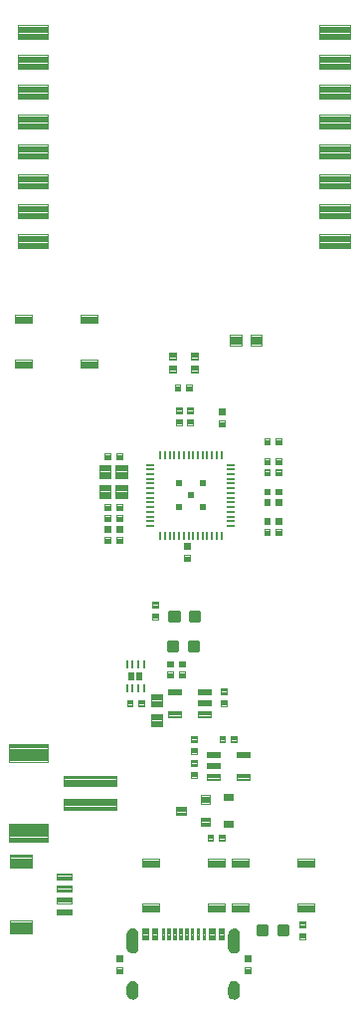
<source format=gtp>
G04 EAGLE Gerber RS-274X export*
G75*
%MOMM*%
%FSLAX34Y34*%
%LPD*%
%INSolderpaste Top*%
%IPPOS*%
%AMOC8*
5,1,8,0,0,1.08239X$1,22.5*%
G01*
%ADD10C,0.100800*%
%ADD11C,0.300000*%
%ADD12C,0.104000*%
%ADD13C,0.096000*%
%ADD14C,0.102000*%
%ADD15C,0.100000*%
%ADD16R,0.200000X0.650000*%
%ADD17R,0.600000X0.600000*%
%ADD18R,0.650000X0.200000*%
%ADD19C,0.099000*%
%ADD20C,0.099059*%
%ADD21R,0.250000X0.637500*%
%ADD22R,0.500000X0.640000*%
%ADD23C,0.105000*%

G36*
X195400Y43951D02*
X195400Y43951D01*
X195401Y43951D01*
X196469Y43970D01*
X196476Y43975D01*
X196480Y43971D01*
X197517Y44227D01*
X197522Y44234D01*
X197528Y44231D01*
X198482Y44712D01*
X198486Y44719D01*
X198491Y44718D01*
X199315Y45399D01*
X199316Y45407D01*
X199322Y45407D01*
X199973Y46254D01*
X199973Y46262D01*
X199979Y46263D01*
X200426Y47234D01*
X200424Y47242D01*
X200429Y47244D01*
X200648Y48290D01*
X200645Y48297D01*
X200649Y48300D01*
X200649Y60300D01*
X200646Y60305D01*
X200649Y60308D01*
X200469Y61403D01*
X200463Y61409D01*
X200466Y61414D01*
X200047Y62442D01*
X200040Y62446D01*
X200042Y62451D01*
X199405Y63360D01*
X199397Y63363D01*
X199397Y63368D01*
X198574Y64112D01*
X198566Y64113D01*
X198565Y64119D01*
X197597Y64661D01*
X197588Y64660D01*
X197586Y64666D01*
X196522Y64979D01*
X196517Y64977D01*
X196513Y64977D01*
X196511Y64981D01*
X195403Y65049D01*
X195397Y65045D01*
X195393Y65049D01*
X194285Y64879D01*
X194279Y64873D01*
X194274Y64876D01*
X193232Y64464D01*
X193228Y64457D01*
X193223Y64459D01*
X192298Y63825D01*
X192296Y63817D01*
X192290Y63818D01*
X191530Y62995D01*
X191529Y62986D01*
X191523Y62986D01*
X190966Y62014D01*
X190967Y62006D01*
X190961Y62004D01*
X190634Y60932D01*
X190637Y60924D01*
X190632Y60921D01*
X190551Y59804D01*
X190552Y59801D01*
X190551Y59800D01*
X190551Y47800D01*
X190556Y47793D01*
X190552Y47789D01*
X190771Y46845D01*
X190777Y46839D01*
X190775Y46834D01*
X191199Y45962D01*
X191206Y45959D01*
X191204Y45953D01*
X191811Y45197D01*
X191819Y45195D01*
X191819Y45189D01*
X192579Y44588D01*
X192588Y44588D01*
X192589Y44582D01*
X193464Y44164D01*
X193472Y44166D01*
X193474Y44161D01*
X194420Y43949D01*
X194427Y43952D01*
X194431Y43947D01*
X195400Y43951D01*
G37*
G36*
X109981Y43960D02*
X109981Y43960D01*
X109988Y43965D01*
X109992Y43961D01*
X111044Y44211D01*
X111049Y44217D01*
X111054Y44214D01*
X112024Y44691D01*
X112027Y44699D01*
X112033Y44697D01*
X112872Y45378D01*
X112874Y45386D01*
X112880Y45386D01*
X113546Y46237D01*
X113547Y46245D01*
X113552Y46246D01*
X114013Y47223D01*
X114011Y47231D01*
X114017Y47234D01*
X114248Y48289D01*
X114245Y48297D01*
X114249Y48300D01*
X114249Y60300D01*
X114245Y60305D01*
X114249Y60308D01*
X114056Y61414D01*
X114050Y61419D01*
X114053Y61424D01*
X113620Y62459D01*
X113613Y62463D01*
X113615Y62468D01*
X112962Y63381D01*
X112954Y63383D01*
X112955Y63389D01*
X112116Y64133D01*
X112107Y64134D01*
X112107Y64139D01*
X111123Y64678D01*
X111115Y64677D01*
X111113Y64682D01*
X110034Y64989D01*
X110026Y64986D01*
X110023Y64991D01*
X108903Y65049D01*
X108898Y65046D01*
X108895Y65049D01*
X107849Y64931D01*
X107843Y64925D01*
X107838Y64929D01*
X106844Y64581D01*
X106840Y64574D01*
X106835Y64576D01*
X105943Y64016D01*
X105941Y64009D01*
X105935Y64009D01*
X105191Y63265D01*
X105189Y63257D01*
X105184Y63257D01*
X104624Y62365D01*
X104624Y62357D01*
X104619Y62356D01*
X104271Y61362D01*
X104274Y61354D01*
X104269Y61351D01*
X104151Y60306D01*
X104153Y60302D01*
X104151Y60300D01*
X104151Y48300D01*
X104154Y48295D01*
X104151Y48292D01*
X104309Y47296D01*
X104315Y47290D01*
X104312Y47285D01*
X104687Y46349D01*
X104694Y46345D01*
X104692Y46339D01*
X105266Y45510D01*
X105274Y45507D01*
X105273Y45502D01*
X106017Y44821D01*
X106026Y44820D01*
X106026Y44814D01*
X106903Y44316D01*
X106912Y44317D01*
X106914Y44312D01*
X107879Y44021D01*
X107887Y44024D01*
X107890Y44019D01*
X108897Y43951D01*
X108899Y43952D01*
X108900Y43951D01*
X109981Y43960D01*
G37*
G36*
X195904Y4455D02*
X195904Y4455D01*
X195907Y4451D01*
X196983Y4606D01*
X196988Y4612D01*
X196993Y4609D01*
X198007Y4999D01*
X198011Y5006D01*
X198017Y5005D01*
X198919Y5611D01*
X198921Y5619D01*
X198927Y5618D01*
X199671Y6410D01*
X199672Y6418D01*
X199678Y6418D01*
X200227Y7356D01*
X200226Y7364D01*
X200232Y7366D01*
X200559Y8402D01*
X200556Y8410D01*
X200561Y8413D01*
X200649Y9496D01*
X200647Y9499D01*
X200649Y9500D01*
X200649Y15500D01*
X200646Y15504D01*
X200649Y15506D01*
X200499Y16639D01*
X200493Y16645D01*
X200496Y16650D01*
X200098Y17720D01*
X200091Y17724D01*
X200093Y17730D01*
X199466Y18685D01*
X199458Y18688D01*
X199459Y18693D01*
X198636Y19485D01*
X198628Y19486D01*
X198627Y19492D01*
X197648Y20081D01*
X197640Y20080D01*
X197638Y20085D01*
X196553Y20441D01*
X196545Y20439D01*
X196542Y20443D01*
X195405Y20549D01*
X195396Y20544D01*
X195391Y20548D01*
X194254Y20341D01*
X194248Y20335D01*
X194243Y20338D01*
X193181Y19883D01*
X193177Y19876D01*
X193171Y19878D01*
X192236Y19198D01*
X192234Y19190D01*
X192228Y19191D01*
X191468Y18320D01*
X191468Y18312D01*
X191462Y18311D01*
X190915Y17292D01*
X190916Y17284D01*
X190911Y17282D01*
X190907Y17269D01*
X190894Y17220D01*
X190893Y17220D01*
X190894Y17220D01*
X190880Y17171D01*
X190866Y17121D01*
X190853Y17072D01*
X190839Y17023D01*
X190826Y16974D01*
X190812Y16924D01*
X190799Y16875D01*
X190785Y16826D01*
X190771Y16777D01*
X190758Y16727D01*
X190744Y16678D01*
X190731Y16629D01*
X190717Y16580D01*
X190704Y16530D01*
X190690Y16481D01*
X190677Y16432D01*
X190676Y16432D01*
X190663Y16383D01*
X190649Y16333D01*
X190604Y16168D01*
X190607Y16160D01*
X190602Y16157D01*
X190551Y15002D01*
X190552Y15001D01*
X190551Y15000D01*
X190551Y9000D01*
X190555Y8994D01*
X190552Y8991D01*
X190764Y7910D01*
X190770Y7905D01*
X190767Y7900D01*
X191214Y6894D01*
X191221Y6890D01*
X191219Y6884D01*
X191879Y6003D01*
X191887Y6000D01*
X191887Y5995D01*
X192726Y5282D01*
X192734Y5282D01*
X192735Y5276D01*
X193712Y4768D01*
X193720Y4769D01*
X193722Y4764D01*
X194787Y4486D01*
X194795Y4489D01*
X194798Y4485D01*
X195899Y4451D01*
X195904Y4455D01*
G37*
G36*
X109402Y4455D02*
X109402Y4455D01*
X109407Y4451D01*
X110494Y4596D01*
X110500Y4602D01*
X110505Y4599D01*
X111533Y4983D01*
X111538Y4989D01*
X111543Y4988D01*
X112460Y5590D01*
X112463Y5598D01*
X112469Y5597D01*
X113229Y6389D01*
X113230Y6397D01*
X113236Y6398D01*
X113800Y7339D01*
X113800Y7342D01*
X113801Y7343D01*
X113800Y7345D01*
X113799Y7347D01*
X113805Y7349D01*
X114146Y8392D01*
X114144Y8400D01*
X114148Y8403D01*
X114249Y9496D01*
X114247Y9498D01*
X114249Y9500D01*
X114249Y15500D01*
X114247Y15503D01*
X114249Y15505D01*
X114148Y16597D01*
X114143Y16603D01*
X114146Y16608D01*
X113805Y17651D01*
X113798Y17656D01*
X113800Y17661D01*
X113236Y18602D01*
X113228Y18605D01*
X113229Y18611D01*
X112469Y19403D01*
X112461Y19404D01*
X112460Y19410D01*
X111543Y20013D01*
X111535Y20012D01*
X111533Y20018D01*
X110505Y20401D01*
X110497Y20399D01*
X110494Y20404D01*
X109407Y20549D01*
X109399Y20545D01*
X109395Y20549D01*
X108258Y20443D01*
X108252Y20438D01*
X108247Y20441D01*
X107162Y20085D01*
X107157Y20078D01*
X107152Y20081D01*
X106173Y19492D01*
X106170Y19484D01*
X106164Y19485D01*
X105341Y18693D01*
X105340Y18685D01*
X105334Y18685D01*
X104707Y17730D01*
X104708Y17722D01*
X104702Y17720D01*
X104304Y16650D01*
X104306Y16642D01*
X104301Y16639D01*
X104151Y15506D01*
X104154Y15502D01*
X104151Y15500D01*
X104151Y9500D01*
X104154Y9496D01*
X104151Y9494D01*
X104301Y8361D01*
X104307Y8355D01*
X104304Y8350D01*
X104702Y7280D01*
X104709Y7276D01*
X104707Y7270D01*
X105334Y6315D01*
X105342Y6312D01*
X105341Y6307D01*
X106164Y5515D01*
X106172Y5514D01*
X106173Y5508D01*
X107152Y4919D01*
X107160Y4920D01*
X107162Y4915D01*
X108247Y4559D01*
X108255Y4562D01*
X108258Y4557D01*
X109395Y4451D01*
X109402Y4455D01*
G37*
D10*
X186854Y173954D02*
X186854Y179246D01*
X194146Y179246D01*
X194146Y173954D01*
X186854Y173954D01*
X186854Y174912D02*
X194146Y174912D01*
X194146Y175870D02*
X186854Y175870D01*
X186854Y176828D02*
X194146Y176828D01*
X194146Y177786D02*
X186854Y177786D01*
X186854Y178744D02*
X194146Y178744D01*
X186854Y156246D02*
X186854Y150954D01*
X186854Y156246D02*
X194146Y156246D01*
X194146Y150954D01*
X186854Y150954D01*
X186854Y151912D02*
X194146Y151912D01*
X194146Y152870D02*
X186854Y152870D01*
X186854Y153828D02*
X194146Y153828D01*
X194146Y154786D02*
X186854Y154786D01*
X186854Y155744D02*
X194146Y155744D01*
D11*
X157670Y301300D02*
X157670Y308300D01*
X164670Y308300D01*
X164670Y301300D01*
X157670Y301300D01*
X157670Y304150D02*
X164670Y304150D01*
X164670Y307000D02*
X157670Y307000D01*
X140130Y308300D02*
X140130Y301300D01*
X140130Y308300D02*
X147130Y308300D01*
X147130Y301300D01*
X140130Y301300D01*
X140130Y304150D02*
X147130Y304150D01*
X147130Y307000D02*
X140130Y307000D01*
D12*
X175270Y159080D02*
X175270Y152120D01*
X167310Y152120D01*
X167310Y159080D01*
X175270Y159080D01*
X175270Y153108D02*
X167310Y153108D01*
X167310Y154096D02*
X175270Y154096D01*
X175270Y155084D02*
X167310Y155084D01*
X167310Y156072D02*
X175270Y156072D01*
X175270Y157060D02*
X167310Y157060D01*
X167310Y158048D02*
X175270Y158048D01*
X175270Y159036D02*
X167310Y159036D01*
X175270Y171120D02*
X175270Y178080D01*
X175270Y171120D02*
X167310Y171120D01*
X167310Y178080D01*
X175270Y178080D01*
X175270Y172108D02*
X167310Y172108D01*
X167310Y173096D02*
X175270Y173096D01*
X175270Y174084D02*
X167310Y174084D01*
X167310Y175072D02*
X175270Y175072D01*
X175270Y176060D02*
X167310Y176060D01*
X167310Y177048D02*
X175270Y177048D01*
X175270Y178036D02*
X167310Y178036D01*
X154270Y168580D02*
X154270Y161620D01*
X146310Y161620D01*
X146310Y168580D01*
X154270Y168580D01*
X154270Y162608D02*
X146310Y162608D01*
X146310Y163596D02*
X154270Y163596D01*
X154270Y164584D02*
X146310Y164584D01*
X146310Y165572D02*
X154270Y165572D01*
X154270Y166560D02*
X146310Y166560D01*
X146310Y167548D02*
X154270Y167548D01*
X154270Y168536D02*
X146310Y168536D01*
D11*
X148400Y326700D02*
X148400Y333700D01*
X148400Y326700D02*
X141400Y326700D01*
X141400Y333700D01*
X148400Y333700D01*
X148400Y329550D02*
X141400Y329550D01*
X141400Y332400D02*
X148400Y332400D01*
X165940Y333700D02*
X165940Y326700D01*
X158940Y326700D01*
X158940Y333700D01*
X165940Y333700D01*
X165940Y329550D02*
X158940Y329550D01*
X158940Y332400D02*
X165940Y332400D01*
D13*
X4530Y127500D02*
X4530Y116460D01*
X4530Y127500D02*
X23570Y127500D01*
X23570Y116460D01*
X4530Y116460D01*
X4530Y117372D02*
X23570Y117372D01*
X23570Y118284D02*
X4530Y118284D01*
X4530Y119196D02*
X23570Y119196D01*
X23570Y120108D02*
X4530Y120108D01*
X4530Y121020D02*
X23570Y121020D01*
X23570Y121932D02*
X4530Y121932D01*
X4530Y122844D02*
X23570Y122844D01*
X23570Y123756D02*
X4530Y123756D01*
X4530Y124668D02*
X23570Y124668D01*
X23570Y125580D02*
X4530Y125580D01*
X4530Y126492D02*
X23570Y126492D01*
X23570Y127404D02*
X4530Y127404D01*
X4530Y71500D02*
X4530Y60460D01*
X4530Y71500D02*
X23570Y71500D01*
X23570Y60460D01*
X4530Y60460D01*
X4530Y61372D02*
X23570Y61372D01*
X23570Y62284D02*
X4530Y62284D01*
X4530Y63196D02*
X23570Y63196D01*
X23570Y64108D02*
X4530Y64108D01*
X4530Y65020D02*
X23570Y65020D01*
X23570Y65932D02*
X4530Y65932D01*
X4530Y66844D02*
X23570Y66844D01*
X23570Y67756D02*
X4530Y67756D01*
X4530Y68668D02*
X23570Y68668D01*
X23570Y69580D02*
X4530Y69580D01*
X4530Y70492D02*
X23570Y70492D01*
X23570Y71404D02*
X4530Y71404D01*
D14*
X44560Y106490D02*
X44560Y111470D01*
X57040Y111470D01*
X57040Y106490D01*
X44560Y106490D01*
X44560Y107459D02*
X57040Y107459D01*
X57040Y108428D02*
X44560Y108428D01*
X44560Y109397D02*
X57040Y109397D01*
X57040Y110366D02*
X44560Y110366D01*
X44560Y111335D02*
X57040Y111335D01*
X44560Y101470D02*
X44560Y96490D01*
X44560Y101470D02*
X57040Y101470D01*
X57040Y96490D01*
X44560Y96490D01*
X44560Y97459D02*
X57040Y97459D01*
X57040Y98428D02*
X44560Y98428D01*
X44560Y99397D02*
X57040Y99397D01*
X57040Y100366D02*
X44560Y100366D01*
X44560Y101335D02*
X57040Y101335D01*
X44560Y91470D02*
X44560Y86490D01*
X44560Y91470D02*
X57040Y91470D01*
X57040Y86490D01*
X44560Y86490D01*
X44560Y87459D02*
X57040Y87459D01*
X57040Y88428D02*
X44560Y88428D01*
X44560Y89397D02*
X57040Y89397D01*
X57040Y90366D02*
X44560Y90366D01*
X44560Y91335D02*
X57040Y91335D01*
X44560Y81470D02*
X44560Y76490D01*
X44560Y81470D02*
X57040Y81470D01*
X57040Y76490D01*
X44560Y76490D01*
X44560Y77459D02*
X57040Y77459D01*
X57040Y78428D02*
X44560Y78428D01*
X44560Y79397D02*
X57040Y79397D01*
X57040Y80366D02*
X44560Y80366D01*
X44560Y81335D02*
X57040Y81335D01*
D15*
X95060Y165840D02*
X95060Y174840D01*
X95060Y165840D02*
X50060Y165840D01*
X50060Y174840D01*
X95060Y174840D01*
X95060Y166790D02*
X50060Y166790D01*
X50060Y167740D02*
X95060Y167740D01*
X95060Y168690D02*
X50060Y168690D01*
X50060Y169640D02*
X95060Y169640D01*
X95060Y170590D02*
X50060Y170590D01*
X50060Y171540D02*
X95060Y171540D01*
X95060Y172490D02*
X50060Y172490D01*
X50060Y173440D02*
X95060Y173440D01*
X95060Y174390D02*
X50060Y174390D01*
X95060Y185840D02*
X95060Y194840D01*
X95060Y185840D02*
X50060Y185840D01*
X50060Y194840D01*
X95060Y194840D01*
X95060Y186790D02*
X50060Y186790D01*
X50060Y187740D02*
X95060Y187740D01*
X95060Y188690D02*
X50060Y188690D01*
X50060Y189640D02*
X95060Y189640D01*
X95060Y190590D02*
X50060Y190590D01*
X50060Y191540D02*
X95060Y191540D01*
X95060Y192490D02*
X50060Y192490D01*
X50060Y193440D02*
X95060Y193440D01*
X95060Y194390D02*
X50060Y194390D01*
D13*
X37080Y153860D02*
X4040Y153860D01*
X37080Y153860D02*
X37080Y138820D01*
X4040Y138820D01*
X4040Y153860D01*
X4040Y139732D02*
X37080Y139732D01*
X37080Y140644D02*
X4040Y140644D01*
X4040Y141556D02*
X37080Y141556D01*
X37080Y142468D02*
X4040Y142468D01*
X4040Y143380D02*
X37080Y143380D01*
X37080Y144292D02*
X4040Y144292D01*
X4040Y145204D02*
X37080Y145204D01*
X37080Y146116D02*
X4040Y146116D01*
X4040Y147028D02*
X37080Y147028D01*
X37080Y147940D02*
X4040Y147940D01*
X4040Y148852D02*
X37080Y148852D01*
X37080Y149764D02*
X4040Y149764D01*
X4040Y150676D02*
X37080Y150676D01*
X37080Y151588D02*
X4040Y151588D01*
X4040Y152500D02*
X37080Y152500D01*
X37080Y153412D02*
X4040Y153412D01*
X4040Y221860D02*
X37080Y221860D01*
X37080Y206820D01*
X4040Y206820D01*
X4040Y221860D01*
X4040Y207732D02*
X37080Y207732D01*
X37080Y208644D02*
X4040Y208644D01*
X4040Y209556D02*
X37080Y209556D01*
X37080Y210468D02*
X4040Y210468D01*
X4040Y211380D02*
X37080Y211380D01*
X37080Y212292D02*
X4040Y212292D01*
X4040Y213204D02*
X37080Y213204D01*
X37080Y214116D02*
X4040Y214116D01*
X4040Y215028D02*
X37080Y215028D01*
X37080Y215940D02*
X4040Y215940D01*
X4040Y216852D02*
X37080Y216852D01*
X37080Y217764D02*
X4040Y217764D01*
X4040Y218676D02*
X37080Y218676D01*
X37080Y219588D02*
X4040Y219588D01*
X4040Y220500D02*
X37080Y220500D01*
X37080Y221412D02*
X4040Y221412D01*
D14*
X95220Y425400D02*
X100200Y425400D01*
X100200Y420420D01*
X95220Y420420D01*
X95220Y425400D01*
X95220Y421389D02*
X100200Y421389D01*
X100200Y422358D02*
X95220Y422358D01*
X95220Y423327D02*
X100200Y423327D01*
X100200Y424296D02*
X95220Y424296D01*
X95220Y425265D02*
X100200Y425265D01*
X90200Y425400D02*
X85220Y425400D01*
X90200Y425400D02*
X90200Y420420D01*
X85220Y420420D01*
X85220Y425400D01*
X85220Y421389D02*
X90200Y421389D01*
X90200Y422358D02*
X85220Y422358D01*
X85220Y423327D02*
X90200Y423327D01*
X90200Y424296D02*
X85220Y424296D01*
X85220Y425265D02*
X90200Y425265D01*
X90200Y463600D02*
X85220Y463600D01*
X85220Y468580D01*
X90200Y468580D01*
X90200Y463600D01*
X90200Y464569D02*
X85220Y464569D01*
X85220Y465538D02*
X90200Y465538D01*
X90200Y466507D02*
X85220Y466507D01*
X85220Y467476D02*
X90200Y467476D01*
X90200Y468445D02*
X85220Y468445D01*
X95220Y463600D02*
X100200Y463600D01*
X95220Y463600D02*
X95220Y468580D01*
X100200Y468580D01*
X100200Y463600D01*
X100200Y464569D02*
X95220Y464569D01*
X95220Y465538D02*
X100200Y465538D01*
X100200Y466507D02*
X95220Y466507D01*
X95220Y467476D02*
X100200Y467476D01*
X100200Y468445D02*
X95220Y468445D01*
D16*
X160750Y467320D03*
D17*
X168750Y443070D03*
D16*
X164750Y467320D03*
X168750Y467320D03*
X172750Y467320D03*
X176750Y467320D03*
X180750Y467320D03*
X184750Y467320D03*
X132750Y467320D03*
X136750Y467320D03*
X140750Y467320D03*
X144750Y467320D03*
X148750Y467320D03*
X152750Y467320D03*
X156750Y467320D03*
D18*
X124500Y435070D03*
X124500Y439070D03*
X124500Y443070D03*
X124500Y447070D03*
X124500Y451070D03*
X124500Y455070D03*
X124500Y459070D03*
X124500Y407070D03*
X124500Y411070D03*
X124500Y415070D03*
X124500Y419070D03*
X124500Y423070D03*
X124500Y427070D03*
X124500Y431070D03*
D16*
X156750Y398820D03*
X152750Y398820D03*
X148750Y398820D03*
X144750Y398820D03*
X140750Y398820D03*
X136750Y398820D03*
X132750Y398820D03*
X184750Y398820D03*
X180750Y398820D03*
X176750Y398820D03*
X172750Y398820D03*
X168750Y398820D03*
X164750Y398820D03*
X160750Y398820D03*
D18*
X193000Y431070D03*
X193000Y427070D03*
X193000Y423070D03*
X193000Y419070D03*
X193000Y415070D03*
X193000Y411070D03*
X193000Y407070D03*
X193000Y459070D03*
X193000Y455070D03*
X193000Y451070D03*
X193000Y447070D03*
X193000Y443070D03*
X193000Y439070D03*
X193000Y435070D03*
D17*
X148750Y443070D03*
X148750Y423070D03*
X168750Y423070D03*
X158750Y433070D03*
D14*
X90200Y411149D02*
X85220Y411149D01*
X85220Y416129D01*
X90200Y416129D01*
X90200Y411149D01*
X90200Y412118D02*
X85220Y412118D01*
X85220Y413087D02*
X90200Y413087D01*
X90200Y414056D02*
X85220Y414056D01*
X85220Y415025D02*
X90200Y415025D01*
X90200Y415994D02*
X85220Y415994D01*
X95220Y411149D02*
X100200Y411149D01*
X95220Y411149D02*
X95220Y416129D01*
X100200Y416129D01*
X100200Y411149D01*
X100200Y412118D02*
X95220Y412118D01*
X95220Y413087D02*
X100200Y413087D01*
X100200Y414056D02*
X95220Y414056D01*
X95220Y415025D02*
X100200Y415025D01*
X100200Y415994D02*
X95220Y415994D01*
X95220Y406731D02*
X100200Y406731D01*
X100200Y401751D01*
X95220Y401751D01*
X95220Y406731D01*
X95220Y402720D02*
X100200Y402720D01*
X100200Y403689D02*
X95220Y403689D01*
X95220Y404658D02*
X100200Y404658D01*
X100200Y405627D02*
X95220Y405627D01*
X95220Y406596D02*
X100200Y406596D01*
X90200Y406731D02*
X85220Y406731D01*
X90200Y406731D02*
X90200Y401751D01*
X85220Y401751D01*
X85220Y406731D01*
X85220Y402720D02*
X90200Y402720D01*
X90200Y403689D02*
X85220Y403689D01*
X85220Y404658D02*
X90200Y404658D01*
X90200Y405627D02*
X85220Y405627D01*
X85220Y406596D02*
X90200Y406596D01*
X221110Y433755D02*
X226090Y433755D01*
X221110Y433755D02*
X221110Y438735D01*
X226090Y438735D01*
X226090Y433755D01*
X226090Y434724D02*
X221110Y434724D01*
X221110Y435693D02*
X226090Y435693D01*
X226090Y436662D02*
X221110Y436662D01*
X221110Y437631D02*
X226090Y437631D01*
X226090Y438600D02*
X221110Y438600D01*
X231110Y433755D02*
X236090Y433755D01*
X231110Y433755D02*
X231110Y438735D01*
X236090Y438735D01*
X236090Y433755D01*
X236090Y434724D02*
X231110Y434724D01*
X231110Y435693D02*
X236090Y435693D01*
X236090Y436662D02*
X231110Y436662D01*
X231110Y437631D02*
X236090Y437631D01*
X236090Y438600D02*
X231110Y438600D01*
X226090Y399338D02*
X221110Y399338D01*
X221110Y404318D01*
X226090Y404318D01*
X226090Y399338D01*
X226090Y400307D02*
X221110Y400307D01*
X221110Y401276D02*
X226090Y401276D01*
X226090Y402245D02*
X221110Y402245D01*
X221110Y403214D02*
X226090Y403214D01*
X226090Y404183D02*
X221110Y404183D01*
X231110Y399338D02*
X236090Y399338D01*
X231110Y399338D02*
X231110Y404318D01*
X236090Y404318D01*
X236090Y399338D01*
X236090Y400307D02*
X231110Y400307D01*
X231110Y401276D02*
X236090Y401276D01*
X236090Y402245D02*
X231110Y402245D01*
X231110Y403214D02*
X236090Y403214D01*
X236090Y404183D02*
X231110Y404183D01*
X226090Y459409D02*
X221110Y459409D01*
X221110Y464389D01*
X226090Y464389D01*
X226090Y459409D01*
X226090Y460378D02*
X221110Y460378D01*
X221110Y461347D02*
X226090Y461347D01*
X226090Y462316D02*
X221110Y462316D01*
X221110Y463285D02*
X226090Y463285D01*
X226090Y464254D02*
X221110Y464254D01*
X231110Y459409D02*
X236090Y459409D01*
X231110Y459409D02*
X231110Y464389D01*
X236090Y464389D01*
X236090Y459409D01*
X236090Y460378D02*
X231110Y460378D01*
X231110Y461347D02*
X236090Y461347D01*
X236090Y462316D02*
X231110Y462316D01*
X231110Y463285D02*
X236090Y463285D01*
X236090Y464254D02*
X231110Y464254D01*
X187910Y491620D02*
X187910Y496600D01*
X187910Y491620D02*
X182930Y491620D01*
X182930Y496600D01*
X187910Y496600D01*
X187910Y492589D02*
X182930Y492589D01*
X182930Y493558D02*
X187910Y493558D01*
X187910Y494527D02*
X182930Y494527D01*
X182930Y495496D02*
X187910Y495496D01*
X187910Y496465D02*
X182930Y496465D01*
X187910Y501620D02*
X187910Y506600D01*
X187910Y501620D02*
X182930Y501620D01*
X182930Y506600D01*
X187910Y506600D01*
X187910Y502589D02*
X182930Y502589D01*
X182930Y503558D02*
X187910Y503558D01*
X187910Y504527D02*
X182930Y504527D01*
X182930Y505496D02*
X187910Y505496D01*
X187910Y506465D02*
X182930Y506465D01*
X151080Y497870D02*
X151080Y492890D01*
X146100Y492890D01*
X146100Y497870D01*
X151080Y497870D01*
X151080Y493859D02*
X146100Y493859D01*
X146100Y494828D02*
X151080Y494828D01*
X151080Y495797D02*
X146100Y495797D01*
X146100Y496766D02*
X151080Y496766D01*
X151080Y497735D02*
X146100Y497735D01*
X151080Y502890D02*
X151080Y507870D01*
X151080Y502890D02*
X146100Y502890D01*
X146100Y507870D01*
X151080Y507870D01*
X151080Y503859D02*
X146100Y503859D01*
X146100Y504828D02*
X151080Y504828D01*
X151080Y505797D02*
X146100Y505797D01*
X146100Y506766D02*
X151080Y506766D01*
X151080Y507735D02*
X146100Y507735D01*
X221110Y476300D02*
X226090Y476300D01*
X221110Y476300D02*
X221110Y481280D01*
X226090Y481280D01*
X226090Y476300D01*
X226090Y477269D02*
X221110Y477269D01*
X221110Y478238D02*
X226090Y478238D01*
X226090Y479207D02*
X221110Y479207D01*
X221110Y480176D02*
X226090Y480176D01*
X226090Y481145D02*
X221110Y481145D01*
X231110Y476300D02*
X236090Y476300D01*
X231110Y476300D02*
X231110Y481280D01*
X236090Y481280D01*
X236090Y476300D01*
X236090Y477269D02*
X231110Y477269D01*
X231110Y478238D02*
X236090Y478238D01*
X236090Y479207D02*
X231110Y479207D01*
X231110Y480176D02*
X236090Y480176D01*
X236090Y481145D02*
X231110Y481145D01*
X226090Y450265D02*
X221110Y450265D01*
X221110Y455245D01*
X226090Y455245D01*
X226090Y450265D01*
X226090Y451234D02*
X221110Y451234D01*
X221110Y452203D02*
X226090Y452203D01*
X226090Y453172D02*
X221110Y453172D01*
X221110Y454141D02*
X226090Y454141D01*
X226090Y455110D02*
X221110Y455110D01*
X231110Y450265D02*
X236090Y450265D01*
X231110Y450265D02*
X231110Y455245D01*
X236090Y455245D01*
X236090Y450265D01*
X236090Y451234D02*
X231110Y451234D01*
X231110Y452203D02*
X236090Y452203D01*
X236090Y453172D02*
X231110Y453172D01*
X231110Y454141D02*
X236090Y454141D01*
X236090Y455110D02*
X231110Y455110D01*
X100200Y397460D02*
X95220Y397460D01*
X100200Y397460D02*
X100200Y392480D01*
X95220Y392480D01*
X95220Y397460D01*
X95220Y393449D02*
X100200Y393449D01*
X100200Y394418D02*
X95220Y394418D01*
X95220Y395387D02*
X100200Y395387D01*
X100200Y396356D02*
X95220Y396356D01*
X95220Y397325D02*
X100200Y397325D01*
X90200Y397460D02*
X85220Y397460D01*
X90200Y397460D02*
X90200Y392480D01*
X85220Y392480D01*
X85220Y397460D01*
X85220Y393449D02*
X90200Y393449D01*
X90200Y394418D02*
X85220Y394418D01*
X85220Y395387D02*
X90200Y395387D01*
X90200Y396356D02*
X85220Y396356D01*
X85220Y397325D02*
X90200Y397325D01*
X153212Y392300D02*
X153212Y387320D01*
X153212Y392300D02*
X158192Y392300D01*
X158192Y387320D01*
X153212Y387320D01*
X153212Y388289D02*
X158192Y388289D01*
X158192Y389258D02*
X153212Y389258D01*
X153212Y390227D02*
X158192Y390227D01*
X158192Y391196D02*
X153212Y391196D01*
X153212Y392165D02*
X158192Y392165D01*
X153212Y382300D02*
X153212Y377320D01*
X153212Y382300D02*
X158192Y382300D01*
X158192Y377320D01*
X153212Y377320D01*
X153212Y378289D02*
X158192Y378289D01*
X158192Y379258D02*
X153212Y379258D01*
X153212Y380227D02*
X158192Y380227D01*
X158192Y381196D02*
X153212Y381196D01*
X153212Y382165D02*
X158192Y382165D01*
X221110Y408482D02*
X226090Y408482D01*
X221110Y408482D02*
X221110Y413462D01*
X226090Y413462D01*
X226090Y408482D01*
X226090Y409451D02*
X221110Y409451D01*
X221110Y410420D02*
X226090Y410420D01*
X226090Y411389D02*
X221110Y411389D01*
X221110Y412358D02*
X226090Y412358D01*
X226090Y413327D02*
X221110Y413327D01*
X231110Y408482D02*
X236090Y408482D01*
X231110Y408482D02*
X231110Y413462D01*
X236090Y413462D01*
X236090Y408482D01*
X236090Y409451D02*
X231110Y409451D01*
X231110Y410420D02*
X236090Y410420D01*
X236090Y411389D02*
X231110Y411389D01*
X231110Y412358D02*
X236090Y412358D01*
X236090Y413327D02*
X231110Y413327D01*
D19*
X80605Y447535D02*
X80605Y458545D01*
X90615Y458545D01*
X90615Y447535D01*
X80605Y447535D01*
X80605Y448475D02*
X90615Y448475D01*
X90615Y449415D02*
X80605Y449415D01*
X80605Y450355D02*
X90615Y450355D01*
X90615Y451295D02*
X80605Y451295D01*
X80605Y452235D02*
X90615Y452235D01*
X90615Y453175D02*
X80605Y453175D01*
X80605Y454115D02*
X90615Y454115D01*
X90615Y455055D02*
X80605Y455055D01*
X80605Y455995D02*
X90615Y455995D01*
X90615Y456935D02*
X80605Y456935D01*
X80605Y457875D02*
X90615Y457875D01*
X80605Y441545D02*
X80605Y430535D01*
X80605Y441545D02*
X90615Y441545D01*
X90615Y430535D01*
X80605Y430535D01*
X80605Y431475D02*
X90615Y431475D01*
X90615Y432415D02*
X80605Y432415D01*
X80605Y433355D02*
X90615Y433355D01*
X90615Y434295D02*
X80605Y434295D01*
X80605Y435235D02*
X90615Y435235D01*
X90615Y436175D02*
X80605Y436175D01*
X80605Y437115D02*
X90615Y437115D01*
X90615Y438055D02*
X80605Y438055D01*
X80605Y438995D02*
X90615Y438995D01*
X90615Y439935D02*
X80605Y439935D01*
X80605Y440875D02*
X90615Y440875D01*
X94605Y441545D02*
X94605Y430535D01*
X94605Y441545D02*
X104615Y441545D01*
X104615Y430535D01*
X94605Y430535D01*
X94605Y431475D02*
X104615Y431475D01*
X104615Y432415D02*
X94605Y432415D01*
X94605Y433355D02*
X104615Y433355D01*
X104615Y434295D02*
X94605Y434295D01*
X94605Y435235D02*
X104615Y435235D01*
X104615Y436175D02*
X94605Y436175D01*
X94605Y437115D02*
X104615Y437115D01*
X104615Y438055D02*
X94605Y438055D01*
X94605Y438995D02*
X104615Y438995D01*
X104615Y439935D02*
X94605Y439935D01*
X94605Y440875D02*
X104615Y440875D01*
X94605Y447535D02*
X94605Y458545D01*
X104615Y458545D01*
X104615Y447535D01*
X94605Y447535D01*
X94605Y448475D02*
X104615Y448475D01*
X104615Y449415D02*
X94605Y449415D01*
X94605Y450355D02*
X104615Y450355D01*
X104615Y451295D02*
X94605Y451295D01*
X94605Y452235D02*
X104615Y452235D01*
X104615Y453175D02*
X94605Y453175D01*
X94605Y454115D02*
X104615Y454115D01*
X104615Y455055D02*
X94605Y455055D01*
X94605Y455995D02*
X104615Y455995D01*
X104615Y456935D02*
X94605Y456935D01*
X94605Y457875D02*
X104615Y457875D01*
D14*
X158910Y55610D02*
X160890Y55610D01*
X158910Y55610D02*
X158910Y64590D01*
X160890Y64590D01*
X160890Y55610D01*
X160890Y56579D02*
X158910Y56579D01*
X158910Y57548D02*
X160890Y57548D01*
X160890Y58517D02*
X158910Y58517D01*
X158910Y59486D02*
X160890Y59486D01*
X160890Y60455D02*
X158910Y60455D01*
X158910Y61424D02*
X160890Y61424D01*
X160890Y62393D02*
X158910Y62393D01*
X158910Y63362D02*
X160890Y63362D01*
X160890Y64331D02*
X158910Y64331D01*
X155890Y55610D02*
X153910Y55610D01*
X153910Y64590D01*
X155890Y64590D01*
X155890Y55610D01*
X155890Y56579D02*
X153910Y56579D01*
X153910Y57548D02*
X155890Y57548D01*
X155890Y58517D02*
X153910Y58517D01*
X153910Y59486D02*
X155890Y59486D01*
X155890Y60455D02*
X153910Y60455D01*
X153910Y61424D02*
X155890Y61424D01*
X155890Y62393D02*
X153910Y62393D01*
X153910Y63362D02*
X155890Y63362D01*
X155890Y64331D02*
X153910Y64331D01*
X182160Y55610D02*
X187140Y55610D01*
X182160Y55610D02*
X182160Y64590D01*
X187140Y64590D01*
X187140Y55610D01*
X187140Y56579D02*
X182160Y56579D01*
X182160Y57548D02*
X187140Y57548D01*
X187140Y58517D02*
X182160Y58517D01*
X182160Y59486D02*
X187140Y59486D01*
X187140Y60455D02*
X182160Y60455D01*
X182160Y61424D02*
X187140Y61424D01*
X187140Y62393D02*
X182160Y62393D01*
X182160Y63362D02*
X187140Y63362D01*
X187140Y64331D02*
X182160Y64331D01*
X179390Y55610D02*
X174410Y55610D01*
X174410Y64590D01*
X179390Y64590D01*
X179390Y55610D01*
X179390Y56579D02*
X174410Y56579D01*
X174410Y57548D02*
X179390Y57548D01*
X179390Y58517D02*
X174410Y58517D01*
X174410Y59486D02*
X179390Y59486D01*
X179390Y60455D02*
X174410Y60455D01*
X174410Y61424D02*
X179390Y61424D01*
X179390Y62393D02*
X174410Y62393D01*
X174410Y63362D02*
X179390Y63362D01*
X179390Y64331D02*
X174410Y64331D01*
X170890Y55610D02*
X168910Y55610D01*
X168910Y64590D01*
X170890Y64590D01*
X170890Y55610D01*
X170890Y56579D02*
X168910Y56579D01*
X168910Y57548D02*
X170890Y57548D01*
X170890Y58517D02*
X168910Y58517D01*
X168910Y59486D02*
X170890Y59486D01*
X170890Y60455D02*
X168910Y60455D01*
X168910Y61424D02*
X170890Y61424D01*
X170890Y62393D02*
X168910Y62393D01*
X168910Y63362D02*
X170890Y63362D01*
X170890Y64331D02*
X168910Y64331D01*
X165890Y55610D02*
X163910Y55610D01*
X163910Y64590D01*
X165890Y64590D01*
X165890Y55610D01*
X165890Y56579D02*
X163910Y56579D01*
X163910Y57548D02*
X165890Y57548D01*
X165890Y58517D02*
X163910Y58517D01*
X163910Y59486D02*
X165890Y59486D01*
X165890Y60455D02*
X163910Y60455D01*
X163910Y61424D02*
X165890Y61424D01*
X165890Y62393D02*
X163910Y62393D01*
X163910Y63362D02*
X165890Y63362D01*
X165890Y64331D02*
X163910Y64331D01*
X145890Y64590D02*
X143910Y64590D01*
X145890Y64590D02*
X145890Y55610D01*
X143910Y55610D01*
X143910Y64590D01*
X143910Y56579D02*
X145890Y56579D01*
X145890Y57548D02*
X143910Y57548D01*
X143910Y58517D02*
X145890Y58517D01*
X145890Y59486D02*
X143910Y59486D01*
X143910Y60455D02*
X145890Y60455D01*
X145890Y61424D02*
X143910Y61424D01*
X143910Y62393D02*
X145890Y62393D01*
X145890Y63362D02*
X143910Y63362D01*
X143910Y64331D02*
X145890Y64331D01*
X148910Y64590D02*
X150890Y64590D01*
X150890Y55610D01*
X148910Y55610D01*
X148910Y64590D01*
X148910Y56579D02*
X150890Y56579D01*
X150890Y57548D02*
X148910Y57548D01*
X148910Y58517D02*
X150890Y58517D01*
X150890Y59486D02*
X148910Y59486D01*
X148910Y60455D02*
X150890Y60455D01*
X150890Y61424D02*
X148910Y61424D01*
X148910Y62393D02*
X150890Y62393D01*
X150890Y63362D02*
X148910Y63362D01*
X148910Y64331D02*
X150890Y64331D01*
X122640Y64590D02*
X117660Y64590D01*
X122640Y64590D02*
X122640Y55610D01*
X117660Y55610D01*
X117660Y64590D01*
X117660Y56579D02*
X122640Y56579D01*
X122640Y57548D02*
X117660Y57548D01*
X117660Y58517D02*
X122640Y58517D01*
X122640Y59486D02*
X117660Y59486D01*
X117660Y60455D02*
X122640Y60455D01*
X122640Y61424D02*
X117660Y61424D01*
X117660Y62393D02*
X122640Y62393D01*
X122640Y63362D02*
X117660Y63362D01*
X117660Y64331D02*
X122640Y64331D01*
X125410Y64590D02*
X130390Y64590D01*
X130390Y55610D01*
X125410Y55610D01*
X125410Y64590D01*
X125410Y56579D02*
X130390Y56579D01*
X130390Y57548D02*
X125410Y57548D01*
X125410Y58517D02*
X130390Y58517D01*
X130390Y59486D02*
X125410Y59486D01*
X125410Y60455D02*
X130390Y60455D01*
X130390Y61424D02*
X125410Y61424D01*
X125410Y62393D02*
X130390Y62393D01*
X130390Y63362D02*
X125410Y63362D01*
X125410Y64331D02*
X130390Y64331D01*
X133910Y64590D02*
X135890Y64590D01*
X135890Y55610D01*
X133910Y55610D01*
X133910Y64590D01*
X133910Y56579D02*
X135890Y56579D01*
X135890Y57548D02*
X133910Y57548D01*
X133910Y58517D02*
X135890Y58517D01*
X135890Y59486D02*
X133910Y59486D01*
X133910Y60455D02*
X135890Y60455D01*
X135890Y61424D02*
X133910Y61424D01*
X133910Y62393D02*
X135890Y62393D01*
X135890Y63362D02*
X133910Y63362D01*
X133910Y64331D02*
X135890Y64331D01*
X138910Y64590D02*
X140890Y64590D01*
X140890Y55610D01*
X138910Y55610D01*
X138910Y64590D01*
X138910Y56579D02*
X140890Y56579D01*
X140890Y57548D02*
X138910Y57548D01*
X138910Y58517D02*
X140890Y58517D01*
X140890Y59486D02*
X138910Y59486D01*
X138910Y60455D02*
X140890Y60455D01*
X140890Y61424D02*
X138910Y61424D01*
X138910Y62393D02*
X140890Y62393D01*
X140890Y63362D02*
X138910Y63362D01*
X138910Y64331D02*
X140890Y64331D01*
D20*
X249415Y79235D02*
X249415Y85865D01*
X263665Y85865D01*
X263665Y79235D01*
X249415Y79235D01*
X249415Y80176D02*
X263665Y80176D01*
X263665Y81117D02*
X249415Y81117D01*
X249415Y82058D02*
X263665Y82058D01*
X263665Y82999D02*
X249415Y82999D01*
X249415Y83940D02*
X263665Y83940D01*
X263665Y84881D02*
X249415Y84881D01*
X249415Y85822D02*
X263665Y85822D01*
X193535Y85865D02*
X193535Y79235D01*
X193535Y85865D02*
X207785Y85865D01*
X207785Y79235D01*
X193535Y79235D01*
X193535Y80176D02*
X207785Y80176D01*
X207785Y81117D02*
X193535Y81117D01*
X193535Y82058D02*
X207785Y82058D01*
X207785Y82999D02*
X193535Y82999D01*
X193535Y83940D02*
X207785Y83940D01*
X207785Y84881D02*
X193535Y84881D01*
X193535Y85822D02*
X207785Y85822D01*
X249415Y117335D02*
X249415Y123965D01*
X263665Y123965D01*
X263665Y117335D01*
X249415Y117335D01*
X249415Y118276D02*
X263665Y118276D01*
X263665Y119217D02*
X249415Y119217D01*
X249415Y120158D02*
X263665Y120158D01*
X263665Y121099D02*
X249415Y121099D01*
X249415Y122040D02*
X263665Y122040D01*
X263665Y122981D02*
X249415Y122981D01*
X249415Y123922D02*
X263665Y123922D01*
X193535Y123965D02*
X193535Y117335D01*
X193535Y123965D02*
X207785Y123965D01*
X207785Y117335D01*
X193535Y117335D01*
X193535Y118276D02*
X207785Y118276D01*
X207785Y119217D02*
X193535Y119217D01*
X193535Y120158D02*
X207785Y120158D01*
X207785Y121099D02*
X193535Y121099D01*
X193535Y122040D02*
X207785Y122040D01*
X207785Y122981D02*
X193535Y122981D01*
X193535Y123922D02*
X207785Y123922D01*
D21*
X104260Y269213D03*
X109260Y289588D03*
X104260Y289588D03*
X114260Y289588D03*
X119260Y289588D03*
X109260Y269213D03*
X114260Y269213D03*
X119260Y269213D03*
D22*
X115160Y279400D03*
X108360Y279400D03*
D14*
X109250Y254050D02*
X104270Y254050D01*
X104270Y259030D01*
X109250Y259030D01*
X109250Y254050D01*
X109250Y255019D02*
X104270Y255019D01*
X104270Y255988D02*
X109250Y255988D01*
X109250Y256957D02*
X104270Y256957D01*
X104270Y257926D02*
X109250Y257926D01*
X109250Y258895D02*
X104270Y258895D01*
X114270Y254050D02*
X119250Y254050D01*
X114270Y254050D02*
X114270Y259030D01*
X119250Y259030D01*
X119250Y254050D01*
X119250Y255019D02*
X114270Y255019D01*
X114270Y255988D02*
X119250Y255988D01*
X119250Y256957D02*
X114270Y256957D01*
X114270Y257926D02*
X119250Y257926D01*
X119250Y258895D02*
X114270Y258895D01*
X155371Y502890D02*
X155371Y507870D01*
X160351Y507870D01*
X160351Y502890D01*
X155371Y502890D01*
X155371Y503859D02*
X160351Y503859D01*
X160351Y504828D02*
X155371Y504828D01*
X155371Y505797D02*
X160351Y505797D01*
X160351Y506766D02*
X155371Y506766D01*
X155371Y507735D02*
X160351Y507735D01*
X155371Y497870D02*
X155371Y492890D01*
X155371Y497870D02*
X160351Y497870D01*
X160351Y492890D01*
X155371Y492890D01*
X155371Y493859D02*
X160351Y493859D01*
X160351Y494828D02*
X155371Y494828D01*
X155371Y495797D02*
X160351Y495797D01*
X160351Y496766D02*
X155371Y496766D01*
X155371Y497735D02*
X160351Y497735D01*
X149890Y522020D02*
X144910Y522020D01*
X144910Y527000D01*
X149890Y527000D01*
X149890Y522020D01*
X149890Y522989D02*
X144910Y522989D01*
X144910Y523958D02*
X149890Y523958D01*
X149890Y524927D02*
X144910Y524927D01*
X144910Y525896D02*
X149890Y525896D01*
X149890Y526865D02*
X144910Y526865D01*
X154910Y522020D02*
X159890Y522020D01*
X154910Y522020D02*
X154910Y527000D01*
X159890Y527000D01*
X159890Y522020D01*
X159890Y522989D02*
X154910Y522989D01*
X154910Y523958D02*
X159890Y523958D01*
X159890Y524927D02*
X154910Y524927D01*
X154910Y525896D02*
X159890Y525896D01*
X159890Y526865D02*
X154910Y526865D01*
D20*
X131585Y123965D02*
X131585Y117335D01*
X117335Y117335D01*
X117335Y123965D01*
X131585Y123965D01*
X131585Y118276D02*
X117335Y118276D01*
X117335Y119217D02*
X131585Y119217D01*
X131585Y120158D02*
X117335Y120158D01*
X117335Y121099D02*
X131585Y121099D01*
X131585Y122040D02*
X117335Y122040D01*
X117335Y122981D02*
X131585Y122981D01*
X131585Y123922D02*
X117335Y123922D01*
X187465Y123965D02*
X187465Y117335D01*
X173215Y117335D01*
X173215Y123965D01*
X187465Y123965D01*
X187465Y118276D02*
X173215Y118276D01*
X173215Y119217D02*
X187465Y119217D01*
X187465Y120158D02*
X173215Y120158D01*
X173215Y121099D02*
X187465Y121099D01*
X187465Y122040D02*
X173215Y122040D01*
X173215Y122981D02*
X187465Y122981D01*
X187465Y123922D02*
X173215Y123922D01*
X131585Y85865D02*
X131585Y79235D01*
X117335Y79235D01*
X117335Y85865D01*
X131585Y85865D01*
X131585Y80176D02*
X117335Y80176D01*
X117335Y81117D02*
X131585Y81117D01*
X131585Y82058D02*
X117335Y82058D01*
X117335Y82999D02*
X131585Y82999D01*
X131585Y83940D02*
X117335Y83940D01*
X117335Y84881D02*
X131585Y84881D01*
X131585Y85822D02*
X117335Y85822D01*
X187465Y85865D02*
X187465Y79235D01*
X173215Y79235D01*
X173215Y85865D01*
X187465Y85865D01*
X187465Y80176D02*
X173215Y80176D01*
X173215Y81117D02*
X187465Y81117D01*
X187465Y82058D02*
X173215Y82058D01*
X173215Y82999D02*
X187465Y82999D01*
X187465Y83940D02*
X173215Y83940D01*
X173215Y84881D02*
X187465Y84881D01*
X187465Y85822D02*
X173215Y85822D01*
D19*
X171994Y210445D02*
X171994Y214955D01*
X183004Y214955D01*
X183004Y210445D01*
X171994Y210445D01*
X171994Y211385D02*
X183004Y211385D01*
X183004Y212325D02*
X171994Y212325D01*
X171994Y213265D02*
X183004Y213265D01*
X183004Y214205D02*
X171994Y214205D01*
X171994Y205455D02*
X171994Y200945D01*
X171994Y205455D02*
X183004Y205455D01*
X183004Y200945D01*
X171994Y200945D01*
X171994Y201885D02*
X183004Y201885D01*
X183004Y202825D02*
X171994Y202825D01*
X171994Y203765D02*
X183004Y203765D01*
X183004Y204705D02*
X171994Y204705D01*
X171994Y195955D02*
X171994Y191445D01*
X171994Y195955D02*
X183004Y195955D01*
X183004Y191445D01*
X171994Y191445D01*
X171994Y192385D02*
X183004Y192385D01*
X183004Y193325D02*
X171994Y193325D01*
X171994Y194265D02*
X183004Y194265D01*
X183004Y195205D02*
X171994Y195205D01*
X197996Y195955D02*
X197996Y191445D01*
X197996Y195955D02*
X209006Y195955D01*
X209006Y191445D01*
X197996Y191445D01*
X197996Y192385D02*
X209006Y192385D01*
X209006Y193325D02*
X197996Y193325D01*
X197996Y194265D02*
X209006Y194265D01*
X209006Y195205D02*
X197996Y195205D01*
X197996Y210445D02*
X197996Y214955D01*
X209006Y214955D01*
X209006Y210445D01*
X197996Y210445D01*
X197996Y211385D02*
X209006Y211385D01*
X209006Y212325D02*
X197996Y212325D01*
X197996Y213265D02*
X209006Y213265D01*
X209006Y214205D02*
X197996Y214205D01*
X175986Y244785D02*
X175986Y249295D01*
X175986Y244785D02*
X164976Y244785D01*
X164976Y249295D01*
X175986Y249295D01*
X175986Y245725D02*
X164976Y245725D01*
X164976Y246665D02*
X175986Y246665D01*
X175986Y247605D02*
X164976Y247605D01*
X164976Y248545D02*
X175986Y248545D01*
X175986Y254285D02*
X175986Y258795D01*
X175986Y254285D02*
X164976Y254285D01*
X164976Y258795D01*
X175986Y258795D01*
X175986Y255225D02*
X164976Y255225D01*
X164976Y256165D02*
X175986Y256165D01*
X175986Y257105D02*
X164976Y257105D01*
X164976Y258045D02*
X175986Y258045D01*
X175986Y263785D02*
X175986Y268295D01*
X175986Y263785D02*
X164976Y263785D01*
X164976Y268295D01*
X175986Y268295D01*
X175986Y264725D02*
X164976Y264725D01*
X164976Y265665D02*
X175986Y265665D01*
X175986Y266605D02*
X164976Y266605D01*
X164976Y267545D02*
X175986Y267545D01*
X149984Y268295D02*
X149984Y263785D01*
X138974Y263785D01*
X138974Y268295D01*
X149984Y268295D01*
X149984Y264725D02*
X138974Y264725D01*
X138974Y265665D02*
X149984Y265665D01*
X149984Y266605D02*
X138974Y266605D01*
X138974Y267545D02*
X149984Y267545D01*
X149984Y249295D02*
X149984Y244785D01*
X138974Y244785D01*
X138974Y249295D01*
X149984Y249295D01*
X149984Y245725D02*
X138974Y245725D01*
X138974Y246665D02*
X149984Y246665D01*
X149984Y247605D02*
X138974Y247605D01*
X138974Y248545D02*
X149984Y248545D01*
D14*
X100280Y31780D02*
X100280Y26800D01*
X95300Y26800D01*
X95300Y31780D01*
X100280Y31780D01*
X100280Y27769D02*
X95300Y27769D01*
X95300Y28738D02*
X100280Y28738D01*
X100280Y29707D02*
X95300Y29707D01*
X95300Y30676D02*
X100280Y30676D01*
X100280Y31645D02*
X95300Y31645D01*
X100280Y36800D02*
X100280Y41780D01*
X100280Y36800D02*
X95300Y36800D01*
X95300Y41780D01*
X100280Y41780D01*
X100280Y37769D02*
X95300Y37769D01*
X95300Y38738D02*
X100280Y38738D01*
X100280Y39707D02*
X95300Y39707D01*
X95300Y40676D02*
X100280Y40676D01*
X100280Y41645D02*
X95300Y41645D01*
X209500Y31780D02*
X209500Y26800D01*
X204520Y26800D01*
X204520Y31780D01*
X209500Y31780D01*
X209500Y27769D02*
X204520Y27769D01*
X204520Y28738D02*
X209500Y28738D01*
X209500Y29707D02*
X204520Y29707D01*
X204520Y30676D02*
X209500Y30676D01*
X209500Y31645D02*
X204520Y31645D01*
X209500Y36800D02*
X209500Y41780D01*
X209500Y36800D02*
X204520Y36800D01*
X204520Y41780D01*
X209500Y41780D01*
X209500Y37769D02*
X204520Y37769D01*
X204520Y38738D02*
X209500Y38738D01*
X209500Y39707D02*
X204520Y39707D01*
X204520Y40676D02*
X209500Y40676D01*
X209500Y41645D02*
X204520Y41645D01*
X187830Y144730D02*
X182850Y144730D01*
X187830Y144730D02*
X187830Y139750D01*
X182850Y139750D01*
X182850Y144730D01*
X182850Y140719D02*
X187830Y140719D01*
X187830Y141688D02*
X182850Y141688D01*
X182850Y142657D02*
X187830Y142657D01*
X187830Y143626D02*
X182850Y143626D01*
X182850Y144595D02*
X187830Y144595D01*
X177830Y144730D02*
X172850Y144730D01*
X177830Y144730D02*
X177830Y139750D01*
X172850Y139750D01*
X172850Y144730D01*
X172850Y140719D02*
X177830Y140719D01*
X177830Y141688D02*
X172850Y141688D01*
X172850Y142657D02*
X177830Y142657D01*
X177830Y143626D02*
X172850Y143626D01*
X172850Y144595D02*
X177830Y144595D01*
X163780Y193170D02*
X163780Y198150D01*
X163780Y193170D02*
X158800Y193170D01*
X158800Y198150D01*
X163780Y198150D01*
X163780Y194139D02*
X158800Y194139D01*
X158800Y195108D02*
X163780Y195108D01*
X163780Y196077D02*
X158800Y196077D01*
X158800Y197046D02*
X163780Y197046D01*
X163780Y198015D02*
X158800Y198015D01*
X163780Y203170D02*
X163780Y208150D01*
X163780Y203170D02*
X158800Y203170D01*
X158800Y208150D01*
X163780Y208150D01*
X163780Y204139D02*
X158800Y204139D01*
X158800Y205108D02*
X163780Y205108D01*
X163780Y206077D02*
X158800Y206077D01*
X158800Y207046D02*
X163780Y207046D01*
X163780Y208015D02*
X158800Y208015D01*
X163780Y213490D02*
X163780Y218470D01*
X163780Y213490D02*
X158800Y213490D01*
X158800Y218470D01*
X163780Y218470D01*
X163780Y214459D02*
X158800Y214459D01*
X158800Y215428D02*
X163780Y215428D01*
X163780Y216397D02*
X158800Y216397D01*
X158800Y217366D02*
X163780Y217366D01*
X163780Y218335D02*
X158800Y218335D01*
X163780Y223490D02*
X163780Y228470D01*
X163780Y223490D02*
X158800Y223490D01*
X158800Y228470D01*
X163780Y228470D01*
X163780Y224459D02*
X158800Y224459D01*
X158800Y225428D02*
X163780Y225428D01*
X163780Y226397D02*
X158800Y226397D01*
X158800Y227366D02*
X163780Y227366D01*
X163780Y228335D02*
X158800Y228335D01*
X193010Y228550D02*
X197990Y228550D01*
X197990Y223570D01*
X193010Y223570D01*
X193010Y228550D01*
X193010Y224539D02*
X197990Y224539D01*
X197990Y225508D02*
X193010Y225508D01*
X193010Y226477D02*
X197990Y226477D01*
X197990Y227446D02*
X193010Y227446D01*
X193010Y228415D02*
X197990Y228415D01*
X187990Y228550D02*
X183010Y228550D01*
X187990Y228550D02*
X187990Y223570D01*
X183010Y223570D01*
X183010Y228550D01*
X183010Y224539D02*
X187990Y224539D01*
X187990Y225508D02*
X183010Y225508D01*
X183010Y226477D02*
X187990Y226477D01*
X187990Y227446D02*
X183010Y227446D01*
X183010Y228415D02*
X187990Y228415D01*
X143540Y287324D02*
X138560Y287324D01*
X138560Y292304D01*
X143540Y292304D01*
X143540Y287324D01*
X143540Y288293D02*
X138560Y288293D01*
X138560Y289262D02*
X143540Y289262D01*
X143540Y290231D02*
X138560Y290231D01*
X138560Y291200D02*
X143540Y291200D01*
X143540Y292169D02*
X138560Y292169D01*
X148560Y287324D02*
X153540Y287324D01*
X148560Y287324D02*
X148560Y292304D01*
X153540Y292304D01*
X153540Y287324D01*
X153540Y288293D02*
X148560Y288293D01*
X148560Y289262D02*
X153540Y289262D01*
X153540Y290231D02*
X148560Y290231D01*
X148560Y291200D02*
X153540Y291200D01*
X153540Y292169D02*
X148560Y292169D01*
X125780Y337790D02*
X125780Y342770D01*
X130760Y342770D01*
X130760Y337790D01*
X125780Y337790D01*
X125780Y338759D02*
X130760Y338759D01*
X130760Y339728D02*
X125780Y339728D01*
X125780Y340697D02*
X130760Y340697D01*
X130760Y341666D02*
X125780Y341666D01*
X125780Y342635D02*
X130760Y342635D01*
X125780Y332770D02*
X125780Y327790D01*
X125780Y332770D02*
X130760Y332770D01*
X130760Y327790D01*
X125780Y327790D01*
X125780Y328759D02*
X130760Y328759D01*
X130760Y329728D02*
X125780Y329728D01*
X125780Y330697D02*
X130760Y330697D01*
X130760Y331666D02*
X125780Y331666D01*
X125780Y332635D02*
X130760Y332635D01*
X231110Y429591D02*
X236090Y429591D01*
X236090Y424611D01*
X231110Y424611D01*
X231110Y429591D01*
X231110Y425580D02*
X236090Y425580D01*
X236090Y426549D02*
X231110Y426549D01*
X231110Y427518D02*
X236090Y427518D01*
X236090Y428487D02*
X231110Y428487D01*
X231110Y429456D02*
X236090Y429456D01*
X226090Y429591D02*
X221110Y429591D01*
X226090Y429591D02*
X226090Y424611D01*
X221110Y424611D01*
X221110Y429591D01*
X221110Y425580D02*
X226090Y425580D01*
X226090Y426549D02*
X221110Y426549D01*
X221110Y427518D02*
X226090Y427518D01*
X226090Y428487D02*
X221110Y428487D01*
X221110Y429456D02*
X226090Y429456D01*
X153540Y283160D02*
X148560Y283160D01*
X153540Y283160D02*
X153540Y278180D01*
X148560Y278180D01*
X148560Y283160D01*
X148560Y279149D02*
X153540Y279149D01*
X153540Y280118D02*
X148560Y280118D01*
X148560Y281087D02*
X153540Y281087D01*
X153540Y282056D02*
X148560Y282056D01*
X148560Y283025D02*
X153540Y283025D01*
X143540Y283160D02*
X138560Y283160D01*
X143540Y283160D02*
X143540Y278180D01*
X138560Y278180D01*
X138560Y283160D01*
X138560Y279149D02*
X143540Y279149D01*
X143540Y280118D02*
X138560Y280118D01*
X138560Y281087D02*
X143540Y281087D01*
X143540Y282056D02*
X138560Y282056D01*
X138560Y283025D02*
X143540Y283025D01*
X184200Y269110D02*
X184200Y264130D01*
X184200Y269110D02*
X189180Y269110D01*
X189180Y264130D01*
X184200Y264130D01*
X184200Y265099D02*
X189180Y265099D01*
X189180Y266068D02*
X184200Y266068D01*
X184200Y267037D02*
X189180Y267037D01*
X189180Y268006D02*
X184200Y268006D01*
X184200Y268975D02*
X189180Y268975D01*
X184200Y259110D02*
X184200Y254130D01*
X184200Y259110D02*
X189180Y259110D01*
X189180Y254130D01*
X184200Y254130D01*
X184200Y255099D02*
X189180Y255099D01*
X189180Y256068D02*
X184200Y256068D01*
X184200Y257037D02*
X189180Y257037D01*
X189180Y258006D02*
X184200Y258006D01*
X184200Y258975D02*
X189180Y258975D01*
D15*
X125040Y263690D02*
X125040Y253690D01*
X125040Y263690D02*
X134040Y263690D01*
X134040Y253690D01*
X125040Y253690D01*
X125040Y254640D02*
X134040Y254640D01*
X134040Y255590D02*
X125040Y255590D01*
X125040Y256540D02*
X134040Y256540D01*
X134040Y257490D02*
X125040Y257490D01*
X125040Y258440D02*
X134040Y258440D01*
X134040Y259390D02*
X125040Y259390D01*
X125040Y260340D02*
X134040Y260340D01*
X134040Y261290D02*
X125040Y261290D01*
X125040Y262240D02*
X134040Y262240D01*
X134040Y263190D02*
X125040Y263190D01*
X125040Y246690D02*
X125040Y236690D01*
X125040Y246690D02*
X134040Y246690D01*
X134040Y236690D01*
X125040Y236690D01*
X125040Y237640D02*
X134040Y237640D01*
X134040Y238590D02*
X125040Y238590D01*
X125040Y239540D02*
X134040Y239540D01*
X134040Y240490D02*
X125040Y240490D01*
X125040Y241440D02*
X134040Y241440D01*
X134040Y242390D02*
X125040Y242390D01*
X125040Y243340D02*
X134040Y243340D01*
X134040Y244290D02*
X125040Y244290D01*
X125040Y245240D02*
X134040Y245240D01*
X134040Y246190D02*
X125040Y246190D01*
D14*
X251510Y70990D02*
X251510Y66010D01*
X251510Y70990D02*
X256490Y70990D01*
X256490Y66010D01*
X251510Y66010D01*
X251510Y66979D02*
X256490Y66979D01*
X256490Y67948D02*
X251510Y67948D01*
X251510Y68917D02*
X256490Y68917D01*
X256490Y69886D02*
X251510Y69886D01*
X251510Y70855D02*
X256490Y70855D01*
X251510Y60990D02*
X251510Y56010D01*
X251510Y60990D02*
X256490Y60990D01*
X256490Y56010D01*
X251510Y56010D01*
X251510Y56979D02*
X256490Y56979D01*
X256490Y57948D02*
X251510Y57948D01*
X251510Y58917D02*
X256490Y58917D01*
X256490Y59886D02*
X251510Y59886D01*
X251510Y60855D02*
X256490Y60855D01*
D11*
X233870Y60000D02*
X233870Y67000D01*
X240870Y67000D01*
X240870Y60000D01*
X233870Y60000D01*
X233870Y62850D02*
X240870Y62850D01*
X240870Y65700D02*
X233870Y65700D01*
X216330Y67000D02*
X216330Y60000D01*
X216330Y67000D02*
X223330Y67000D01*
X223330Y60000D01*
X216330Y60000D01*
X216330Y62850D02*
X223330Y62850D01*
X223330Y65700D02*
X216330Y65700D01*
D12*
X37110Y832750D02*
X11150Y832750D01*
X37110Y832750D02*
X37110Y820790D01*
X11150Y820790D01*
X11150Y832750D01*
X11150Y821778D02*
X37110Y821778D01*
X37110Y822766D02*
X11150Y822766D01*
X11150Y823754D02*
X37110Y823754D01*
X37110Y824742D02*
X11150Y824742D01*
X11150Y825730D02*
X37110Y825730D01*
X37110Y826718D02*
X11150Y826718D01*
X11150Y827706D02*
X37110Y827706D01*
X37110Y828694D02*
X11150Y828694D01*
X11150Y829682D02*
X37110Y829682D01*
X37110Y830670D02*
X11150Y830670D01*
X11150Y831658D02*
X37110Y831658D01*
X37110Y832646D02*
X11150Y832646D01*
X11150Y807350D02*
X37110Y807350D01*
X37110Y795390D01*
X11150Y795390D01*
X11150Y807350D01*
X11150Y796378D02*
X37110Y796378D01*
X37110Y797366D02*
X11150Y797366D01*
X11150Y798354D02*
X37110Y798354D01*
X37110Y799342D02*
X11150Y799342D01*
X11150Y800330D02*
X37110Y800330D01*
X37110Y801318D02*
X11150Y801318D01*
X11150Y802306D02*
X37110Y802306D01*
X37110Y803294D02*
X11150Y803294D01*
X11150Y804282D02*
X37110Y804282D01*
X37110Y805270D02*
X11150Y805270D01*
X11150Y806258D02*
X37110Y806258D01*
X37110Y807246D02*
X11150Y807246D01*
X11150Y781950D02*
X37110Y781950D01*
X37110Y769990D01*
X11150Y769990D01*
X11150Y781950D01*
X11150Y770978D02*
X37110Y770978D01*
X37110Y771966D02*
X11150Y771966D01*
X11150Y772954D02*
X37110Y772954D01*
X37110Y773942D02*
X11150Y773942D01*
X11150Y774930D02*
X37110Y774930D01*
X37110Y775918D02*
X11150Y775918D01*
X11150Y776906D02*
X37110Y776906D01*
X37110Y777894D02*
X11150Y777894D01*
X11150Y778882D02*
X37110Y778882D01*
X37110Y779870D02*
X11150Y779870D01*
X11150Y780858D02*
X37110Y780858D01*
X37110Y781846D02*
X11150Y781846D01*
X11150Y756550D02*
X37110Y756550D01*
X37110Y744590D01*
X11150Y744590D01*
X11150Y756550D01*
X11150Y745578D02*
X37110Y745578D01*
X37110Y746566D02*
X11150Y746566D01*
X11150Y747554D02*
X37110Y747554D01*
X37110Y748542D02*
X11150Y748542D01*
X11150Y749530D02*
X37110Y749530D01*
X37110Y750518D02*
X11150Y750518D01*
X11150Y751506D02*
X37110Y751506D01*
X37110Y752494D02*
X11150Y752494D01*
X11150Y753482D02*
X37110Y753482D01*
X37110Y754470D02*
X11150Y754470D01*
X11150Y755458D02*
X37110Y755458D01*
X37110Y756446D02*
X11150Y756446D01*
X11150Y731150D02*
X37110Y731150D01*
X37110Y719190D01*
X11150Y719190D01*
X11150Y731150D01*
X11150Y720178D02*
X37110Y720178D01*
X37110Y721166D02*
X11150Y721166D01*
X11150Y722154D02*
X37110Y722154D01*
X37110Y723142D02*
X11150Y723142D01*
X11150Y724130D02*
X37110Y724130D01*
X37110Y725118D02*
X11150Y725118D01*
X11150Y726106D02*
X37110Y726106D01*
X37110Y727094D02*
X11150Y727094D01*
X11150Y728082D02*
X37110Y728082D01*
X37110Y729070D02*
X11150Y729070D01*
X11150Y730058D02*
X37110Y730058D01*
X37110Y731046D02*
X11150Y731046D01*
X11150Y705750D02*
X37110Y705750D01*
X37110Y693790D01*
X11150Y693790D01*
X11150Y705750D01*
X11150Y694778D02*
X37110Y694778D01*
X37110Y695766D02*
X11150Y695766D01*
X11150Y696754D02*
X37110Y696754D01*
X37110Y697742D02*
X11150Y697742D01*
X11150Y698730D02*
X37110Y698730D01*
X37110Y699718D02*
X11150Y699718D01*
X11150Y700706D02*
X37110Y700706D01*
X37110Y701694D02*
X11150Y701694D01*
X11150Y702682D02*
X37110Y702682D01*
X37110Y703670D02*
X11150Y703670D01*
X11150Y704658D02*
X37110Y704658D01*
X37110Y705646D02*
X11150Y705646D01*
X11150Y680350D02*
X37110Y680350D01*
X37110Y668390D01*
X11150Y668390D01*
X11150Y680350D01*
X11150Y669378D02*
X37110Y669378D01*
X37110Y670366D02*
X11150Y670366D01*
X11150Y671354D02*
X37110Y671354D01*
X37110Y672342D02*
X11150Y672342D01*
X11150Y673330D02*
X37110Y673330D01*
X37110Y674318D02*
X11150Y674318D01*
X11150Y675306D02*
X37110Y675306D01*
X37110Y676294D02*
X11150Y676294D01*
X11150Y677282D02*
X37110Y677282D01*
X37110Y678270D02*
X11150Y678270D01*
X11150Y679258D02*
X37110Y679258D01*
X37110Y680246D02*
X11150Y680246D01*
X11150Y654950D02*
X37110Y654950D01*
X37110Y642990D01*
X11150Y642990D01*
X11150Y654950D01*
X11150Y643978D02*
X37110Y643978D01*
X37110Y644966D02*
X11150Y644966D01*
X11150Y645954D02*
X37110Y645954D01*
X37110Y646942D02*
X11150Y646942D01*
X11150Y647930D02*
X37110Y647930D01*
X37110Y648918D02*
X11150Y648918D01*
X11150Y649906D02*
X37110Y649906D01*
X37110Y650894D02*
X11150Y650894D01*
X11150Y651882D02*
X37110Y651882D01*
X37110Y652870D02*
X11150Y652870D01*
X11150Y653858D02*
X37110Y653858D01*
X37110Y654846D02*
X11150Y654846D01*
X268350Y832750D02*
X294310Y832750D01*
X294310Y820790D01*
X268350Y820790D01*
X268350Y832750D01*
X268350Y821778D02*
X294310Y821778D01*
X294310Y822766D02*
X268350Y822766D01*
X268350Y823754D02*
X294310Y823754D01*
X294310Y824742D02*
X268350Y824742D01*
X268350Y825730D02*
X294310Y825730D01*
X294310Y826718D02*
X268350Y826718D01*
X268350Y827706D02*
X294310Y827706D01*
X294310Y828694D02*
X268350Y828694D01*
X268350Y829682D02*
X294310Y829682D01*
X294310Y830670D02*
X268350Y830670D01*
X268350Y831658D02*
X294310Y831658D01*
X294310Y832646D02*
X268350Y832646D01*
X268350Y807350D02*
X294310Y807350D01*
X294310Y795390D01*
X268350Y795390D01*
X268350Y807350D01*
X268350Y796378D02*
X294310Y796378D01*
X294310Y797366D02*
X268350Y797366D01*
X268350Y798354D02*
X294310Y798354D01*
X294310Y799342D02*
X268350Y799342D01*
X268350Y800330D02*
X294310Y800330D01*
X294310Y801318D02*
X268350Y801318D01*
X268350Y802306D02*
X294310Y802306D01*
X294310Y803294D02*
X268350Y803294D01*
X268350Y804282D02*
X294310Y804282D01*
X294310Y805270D02*
X268350Y805270D01*
X268350Y806258D02*
X294310Y806258D01*
X294310Y807246D02*
X268350Y807246D01*
X268350Y781950D02*
X294310Y781950D01*
X294310Y769990D01*
X268350Y769990D01*
X268350Y781950D01*
X268350Y770978D02*
X294310Y770978D01*
X294310Y771966D02*
X268350Y771966D01*
X268350Y772954D02*
X294310Y772954D01*
X294310Y773942D02*
X268350Y773942D01*
X268350Y774930D02*
X294310Y774930D01*
X294310Y775918D02*
X268350Y775918D01*
X268350Y776906D02*
X294310Y776906D01*
X294310Y777894D02*
X268350Y777894D01*
X268350Y778882D02*
X294310Y778882D01*
X294310Y779870D02*
X268350Y779870D01*
X268350Y780858D02*
X294310Y780858D01*
X294310Y781846D02*
X268350Y781846D01*
X268350Y756550D02*
X294310Y756550D01*
X294310Y744590D01*
X268350Y744590D01*
X268350Y756550D01*
X268350Y745578D02*
X294310Y745578D01*
X294310Y746566D02*
X268350Y746566D01*
X268350Y747554D02*
X294310Y747554D01*
X294310Y748542D02*
X268350Y748542D01*
X268350Y749530D02*
X294310Y749530D01*
X294310Y750518D02*
X268350Y750518D01*
X268350Y751506D02*
X294310Y751506D01*
X294310Y752494D02*
X268350Y752494D01*
X268350Y753482D02*
X294310Y753482D01*
X294310Y754470D02*
X268350Y754470D01*
X268350Y755458D02*
X294310Y755458D01*
X294310Y756446D02*
X268350Y756446D01*
X268350Y731150D02*
X294310Y731150D01*
X294310Y719190D01*
X268350Y719190D01*
X268350Y731150D01*
X268350Y720178D02*
X294310Y720178D01*
X294310Y721166D02*
X268350Y721166D01*
X268350Y722154D02*
X294310Y722154D01*
X294310Y723142D02*
X268350Y723142D01*
X268350Y724130D02*
X294310Y724130D01*
X294310Y725118D02*
X268350Y725118D01*
X268350Y726106D02*
X294310Y726106D01*
X294310Y727094D02*
X268350Y727094D01*
X268350Y728082D02*
X294310Y728082D01*
X294310Y729070D02*
X268350Y729070D01*
X268350Y730058D02*
X294310Y730058D01*
X294310Y731046D02*
X268350Y731046D01*
X268350Y705750D02*
X294310Y705750D01*
X294310Y693790D01*
X268350Y693790D01*
X268350Y705750D01*
X268350Y694778D02*
X294310Y694778D01*
X294310Y695766D02*
X268350Y695766D01*
X268350Y696754D02*
X294310Y696754D01*
X294310Y697742D02*
X268350Y697742D01*
X268350Y698730D02*
X294310Y698730D01*
X294310Y699718D02*
X268350Y699718D01*
X268350Y700706D02*
X294310Y700706D01*
X294310Y701694D02*
X268350Y701694D01*
X268350Y702682D02*
X294310Y702682D01*
X294310Y703670D02*
X268350Y703670D01*
X268350Y704658D02*
X294310Y704658D01*
X294310Y705646D02*
X268350Y705646D01*
X268350Y680350D02*
X294310Y680350D01*
X294310Y668390D01*
X268350Y668390D01*
X268350Y680350D01*
X268350Y669378D02*
X294310Y669378D01*
X294310Y670366D02*
X268350Y670366D01*
X268350Y671354D02*
X294310Y671354D01*
X294310Y672342D02*
X268350Y672342D01*
X268350Y673330D02*
X294310Y673330D01*
X294310Y674318D02*
X268350Y674318D01*
X268350Y675306D02*
X294310Y675306D01*
X294310Y676294D02*
X268350Y676294D01*
X268350Y677282D02*
X294310Y677282D01*
X294310Y678270D02*
X268350Y678270D01*
X268350Y679258D02*
X294310Y679258D01*
X294310Y680246D02*
X268350Y680246D01*
X268350Y654950D02*
X294310Y654950D01*
X294310Y642990D01*
X268350Y642990D01*
X268350Y654950D01*
X268350Y643978D02*
X294310Y643978D01*
X294310Y644966D02*
X268350Y644966D01*
X268350Y645954D02*
X294310Y645954D01*
X294310Y646942D02*
X268350Y646942D01*
X268350Y647930D02*
X294310Y647930D01*
X294310Y648918D02*
X268350Y648918D01*
X268350Y649906D02*
X294310Y649906D01*
X294310Y650894D02*
X268350Y650894D01*
X268350Y651882D02*
X294310Y651882D01*
X294310Y652870D02*
X268350Y652870D01*
X268350Y653858D02*
X294310Y653858D01*
X294310Y654846D02*
X268350Y654846D01*
D20*
X65265Y548145D02*
X65265Y541515D01*
X65265Y548145D02*
X79515Y548145D01*
X79515Y541515D01*
X65265Y541515D01*
X65265Y542456D02*
X79515Y542456D01*
X79515Y543397D02*
X65265Y543397D01*
X65265Y544338D02*
X79515Y544338D01*
X79515Y545279D02*
X65265Y545279D01*
X65265Y546220D02*
X79515Y546220D01*
X79515Y547161D02*
X65265Y547161D01*
X65265Y548102D02*
X79515Y548102D01*
X9385Y548145D02*
X9385Y541515D01*
X9385Y548145D02*
X23635Y548145D01*
X23635Y541515D01*
X9385Y541515D01*
X9385Y542456D02*
X23635Y542456D01*
X23635Y543397D02*
X9385Y543397D01*
X9385Y544338D02*
X23635Y544338D01*
X23635Y545279D02*
X9385Y545279D01*
X9385Y546220D02*
X23635Y546220D01*
X23635Y547161D02*
X9385Y547161D01*
X9385Y548102D02*
X23635Y548102D01*
X65265Y579615D02*
X65265Y586245D01*
X79515Y586245D01*
X79515Y579615D01*
X65265Y579615D01*
X65265Y580556D02*
X79515Y580556D01*
X79515Y581497D02*
X65265Y581497D01*
X65265Y582438D02*
X79515Y582438D01*
X79515Y583379D02*
X65265Y583379D01*
X65265Y584320D02*
X79515Y584320D01*
X79515Y585261D02*
X65265Y585261D01*
X65265Y586202D02*
X79515Y586202D01*
X9385Y586245D02*
X9385Y579615D01*
X9385Y586245D02*
X23635Y586245D01*
X23635Y579615D01*
X9385Y579615D01*
X9385Y580556D02*
X23635Y580556D01*
X23635Y581497D02*
X9385Y581497D01*
X9385Y582438D02*
X23635Y582438D01*
X23635Y583379D02*
X9385Y583379D01*
X9385Y584320D02*
X23635Y584320D01*
X23635Y585261D02*
X9385Y585261D01*
X9385Y586202D02*
X23635Y586202D01*
D23*
X158575Y548625D02*
X164525Y548625D01*
X158575Y548625D02*
X158575Y554575D01*
X164525Y554575D01*
X164525Y548625D01*
X164525Y549622D02*
X158575Y549622D01*
X158575Y550619D02*
X164525Y550619D01*
X164525Y551616D02*
X158575Y551616D01*
X158575Y552613D02*
X164525Y552613D01*
X164525Y553610D02*
X158575Y553610D01*
X158575Y537625D02*
X164525Y537625D01*
X158575Y537625D02*
X158575Y543575D01*
X164525Y543575D01*
X164525Y537625D01*
X164525Y538622D02*
X158575Y538622D01*
X158575Y539619D02*
X164525Y539619D01*
X164525Y540616D02*
X158575Y540616D01*
X158575Y541613D02*
X164525Y541613D01*
X164525Y542610D02*
X158575Y542610D01*
X146225Y537625D02*
X140275Y537625D01*
X140275Y543575D01*
X146225Y543575D01*
X146225Y537625D01*
X146225Y538622D02*
X140275Y538622D01*
X140275Y539619D02*
X146225Y539619D01*
X146225Y540616D02*
X140275Y540616D01*
X140275Y541613D02*
X146225Y541613D01*
X146225Y542610D02*
X140275Y542610D01*
X140275Y548625D02*
X146225Y548625D01*
X140275Y548625D02*
X140275Y554575D01*
X146225Y554575D01*
X146225Y548625D01*
X146225Y549622D02*
X140275Y549622D01*
X140275Y550619D02*
X146225Y550619D01*
X146225Y551616D02*
X140275Y551616D01*
X140275Y552613D02*
X146225Y552613D01*
X146225Y553610D02*
X140275Y553610D01*
D15*
X192240Y560650D02*
X202240Y560650D01*
X192240Y560650D02*
X192240Y569650D01*
X202240Y569650D01*
X202240Y560650D01*
X202240Y561600D02*
X192240Y561600D01*
X192240Y562550D02*
X202240Y562550D01*
X202240Y563500D02*
X192240Y563500D01*
X192240Y564450D02*
X202240Y564450D01*
X202240Y565400D02*
X192240Y565400D01*
X192240Y566350D02*
X202240Y566350D01*
X202240Y567300D02*
X192240Y567300D01*
X192240Y568250D02*
X202240Y568250D01*
X202240Y569200D02*
X192240Y569200D01*
X209240Y560650D02*
X219240Y560650D01*
X209240Y560650D02*
X209240Y569650D01*
X219240Y569650D01*
X219240Y560650D01*
X219240Y561600D02*
X209240Y561600D01*
X209240Y562550D02*
X219240Y562550D01*
X219240Y563500D02*
X209240Y563500D01*
X209240Y564450D02*
X219240Y564450D01*
X219240Y565400D02*
X209240Y565400D01*
X209240Y566350D02*
X219240Y566350D01*
X219240Y567300D02*
X209240Y567300D01*
X209240Y568250D02*
X219240Y568250D01*
X219240Y569200D02*
X209240Y569200D01*
M02*

</source>
